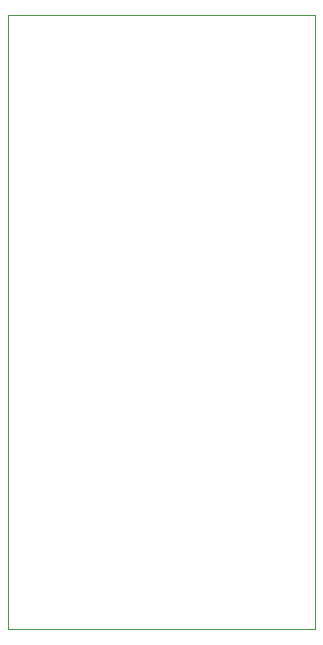
<source format=gm1>
G04 #@! TF.GenerationSoftware,KiCad,Pcbnew,(6.0.0)*
G04 #@! TF.CreationDate,2022-01-19T21:14:50+07:00*
G04 #@! TF.ProjectId,NixieClock,4e697869-6543-46c6-9f63-6b2e6b696361,rev?*
G04 #@! TF.SameCoordinates,Original*
G04 #@! TF.FileFunction,Profile,NP*
%FSLAX46Y46*%
G04 Gerber Fmt 4.6, Leading zero omitted, Abs format (unit mm)*
G04 Created by KiCad (PCBNEW (6.0.0)) date 2022-01-19 21:14:50*
%MOMM*%
%LPD*%
G01*
G04 APERTURE LIST*
G04 #@! TA.AperFunction,Profile*
%ADD10C,0.050000*%
G04 #@! TD*
G04 APERTURE END LIST*
D10*
X45700000Y-80300000D02*
X19700000Y-80300000D01*
X19700000Y-80300000D02*
X19700000Y-28300000D01*
X19700000Y-28300000D02*
X45700000Y-28300000D01*
X45700000Y-28300000D02*
X45700000Y-80300000D01*
M02*

</source>
